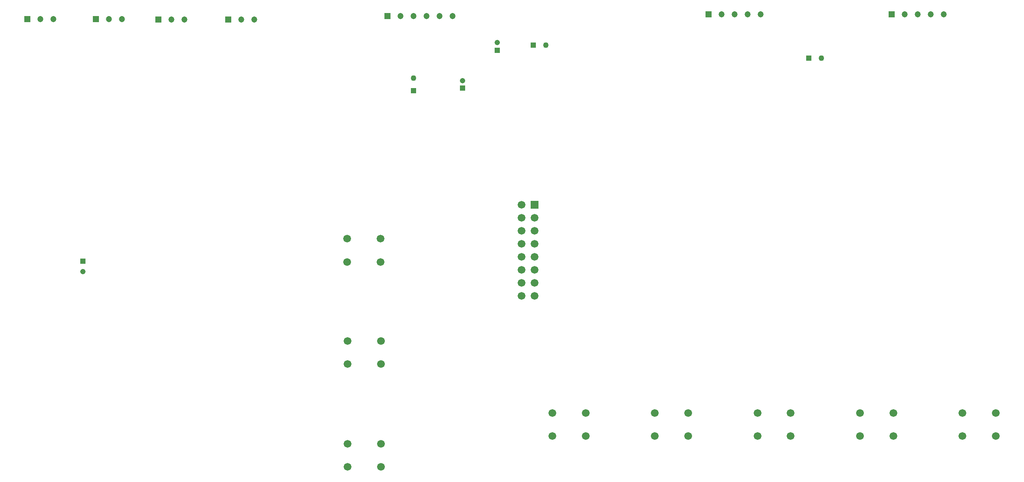
<source format=gbr>
G04 #@! TF.GenerationSoftware,KiCad,Pcbnew,5.0.0+dfsg1-2*
G04 #@! TF.CreationDate,2018-09-13T03:31:39+05:00*
G04 #@! TF.ProjectId,mainboard,6D61696E626F6172642E6B696361645F,rev?*
G04 #@! TF.SameCoordinates,Original*
G04 #@! TF.FileFunction,Paste,Bot*
G04 #@! TF.FilePolarity,Positive*
%FSLAX46Y46*%
G04 Gerber Fmt 4.6, Leading zero omitted, Abs format (unit mm)*
G04 Created by KiCad (PCBNEW 5.0.0+dfsg1-2) date Thu Sep 13 03:31:39 2018*
%MOMM*%
%LPD*%
G01*
G04 APERTURE LIST*
%ADD10R,1.200000X1.200000*%
%ADD11C,1.200000*%
%ADD12R,1.500000X1.500000*%
%ADD13C,1.500000*%
%ADD14R,1.050000X1.050000*%
%ADD15C,1.050000*%
%ADD16C,1.100000*%
%ADD17R,1.100000X1.100000*%
G04 APERTURE END LIST*
D10*
G04 #@! TO.C,X2*
X562920000Y-154000000D03*
D11*
X565460000Y-154000000D03*
X568000000Y-154000000D03*
X570540000Y-154000000D03*
X573080000Y-154000000D03*
G04 #@! TD*
D12*
G04 #@! TO.C,D1*
X493240000Y-191110000D03*
D13*
X490700000Y-191110000D03*
X493240000Y-193650000D03*
X490700000Y-193650000D03*
X493240000Y-196190000D03*
X490700000Y-196190000D03*
X493240000Y-198730000D03*
X490700000Y-198730000D03*
X493240000Y-201270000D03*
X490700000Y-201270000D03*
X493240000Y-203810000D03*
X490700000Y-203810000D03*
X493240000Y-206350000D03*
X490700000Y-206350000D03*
X493240000Y-208890000D03*
X490700000Y-208890000D03*
G04 #@! TD*
D14*
G04 #@! TO.C,C5*
X405105000Y-202140000D03*
D15*
X405105000Y-204140000D03*
G04 #@! TD*
G04 #@! TO.C,C6*
X486000000Y-159500000D03*
D14*
X486000000Y-161000000D03*
G04 #@! TD*
D16*
G04 #@! TO.C,C7*
X469645000Y-166390000D03*
D17*
X469645000Y-168890000D03*
G04 #@! TD*
G04 #@! TO.C,C8*
X493000000Y-160000000D03*
D16*
X495500000Y-160000000D03*
G04 #@! TD*
D14*
G04 #@! TO.C,C9*
X479170000Y-168390000D03*
D15*
X479170000Y-166890000D03*
G04 #@! TD*
D17*
G04 #@! TO.C,C15*
X546750000Y-162545000D03*
D16*
X549250000Y-162545000D03*
G04 #@! TD*
D13*
G04 #@! TO.C,SB1*
X583250000Y-231750000D03*
X576750000Y-231750000D03*
X583250000Y-236250000D03*
X576750000Y-236250000D03*
G04 #@! TD*
G04 #@! TO.C,SB2*
X516750000Y-236250000D03*
X523250000Y-236250000D03*
X516750000Y-231750000D03*
X523250000Y-231750000D03*
G04 #@! TD*
G04 #@! TO.C,SB3*
X563250000Y-231750000D03*
X556750000Y-231750000D03*
X563250000Y-236250000D03*
X556750000Y-236250000D03*
G04 #@! TD*
G04 #@! TO.C,SB4*
X463185000Y-197775000D03*
X456685000Y-197775000D03*
X463185000Y-202275000D03*
X456685000Y-202275000D03*
G04 #@! TD*
G04 #@! TO.C,SB5*
X536750000Y-236250000D03*
X543250000Y-236250000D03*
X536750000Y-231750000D03*
X543250000Y-231750000D03*
G04 #@! TD*
G04 #@! TO.C,SB6*
X496750000Y-236250000D03*
X503250000Y-236250000D03*
X496750000Y-231750000D03*
X503250000Y-231750000D03*
G04 #@! TD*
G04 #@! TO.C,SB7*
X463250000Y-217750000D03*
X456750000Y-217750000D03*
X463250000Y-222250000D03*
X456750000Y-222250000D03*
G04 #@! TD*
G04 #@! TO.C,SB8*
X463250000Y-237750000D03*
X456750000Y-237750000D03*
X463250000Y-242250000D03*
X456750000Y-242250000D03*
G04 #@! TD*
D10*
G04 #@! TO.C,X1*
X464565000Y-154305000D03*
D11*
X467105000Y-154305000D03*
X469645000Y-154305000D03*
X472185000Y-154305000D03*
X474725000Y-154305000D03*
X477265000Y-154305000D03*
G04 #@! TD*
D10*
G04 #@! TO.C,X3*
X407645000Y-154880000D03*
D11*
X410185000Y-154880000D03*
X412725000Y-154880000D03*
G04 #@! TD*
D10*
G04 #@! TO.C,X4*
X394310000Y-154880000D03*
D11*
X396850000Y-154880000D03*
X399390000Y-154880000D03*
G04 #@! TD*
D10*
G04 #@! TO.C,X5*
X419885000Y-155000000D03*
D11*
X422425000Y-155000000D03*
X424965000Y-155000000D03*
G04 #@! TD*
G04 #@! TO.C,X6*
X438540000Y-155000000D03*
X436000000Y-155000000D03*
D10*
X433460000Y-155000000D03*
G04 #@! TD*
G04 #@! TO.C,X7*
X527185000Y-154000000D03*
D11*
X529725000Y-154000000D03*
X532265000Y-154000000D03*
X534805000Y-154000000D03*
X537345000Y-154000000D03*
G04 #@! TD*
M02*

</source>
